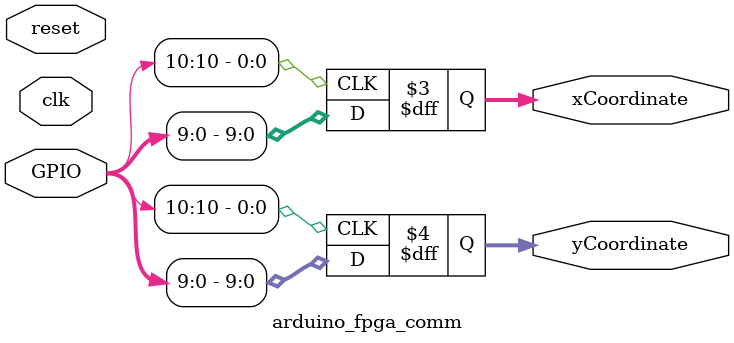
<source format=sv>
/*---------------------------------------------------------------------------
						Arduino-FPGA Communication
  ---------------------------------------------------------------------------*/
// Acts as the module that takes in arduino input and sends it to the FPGA and CPU

module arduino_fpga_comm (	input	clk,
									input	reset,
									input [35:0] GPIO,
									output [9:0] xCoordinate,
									output [9:0] yCoordinate
								  );
								  
		// hehe, we're just gonna skip the reset functionality
		
		always @ (negedge GPIO[10]) 	// POSEDGE(1) MEANS Y HAS JUST FINISHED
			begin		
				yCoordinate = GPIO[9:0];
			end
	
		always @ (posedge GPIO[10]) 	// NEGEDGE(0) MEANS X HAS JUST FINISHED
			begin		
				xCoordinate = GPIO[9:0];
			end

endmodule
</source>
